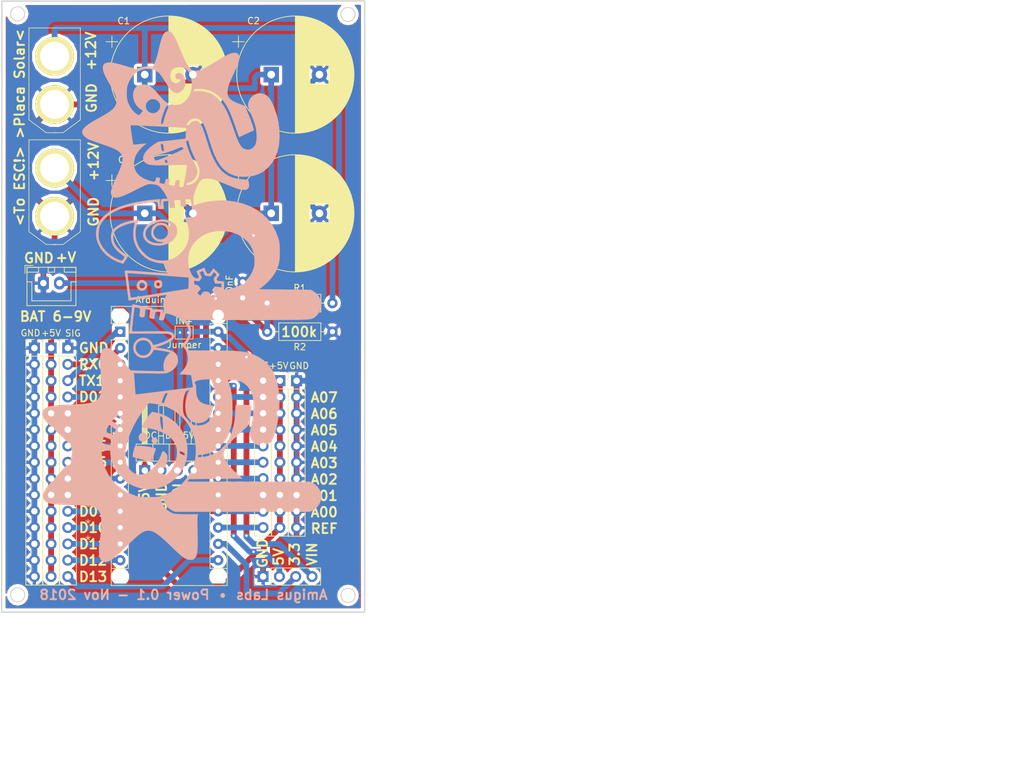
<source format=kicad_pcb>
(kicad_pcb (version 20171130) (host pcbnew "(5.0.1-3-g963ef8bb5)")
  (layers (0 F.Cu signal) (31 B.Cu signal) (34 B.Paste user) (35 F.Paste user) (36 B.SilkS user) (37 F.SilkS user) (38 B.Mask user) (39 F.Mask user) (44 Edge.Cuts user))
  (net 0 "")
  (net 1 "Net-(A1-Pad1)")
  (net 2 "Net-(A1-Pad17)")
  (net 3 "Net-(A1-Pad2)")
  (net 4 "Net-(A1-Pad18)")
  (net 5 "Net-(A1-Pad3)")
  (net 6 GND)
  (net 7 "Net-(A1-Pad20)")
  (net 8 "Net-(A1-Pad5)")
  (net 9 "Net-(A1-Pad21)")
  (net 10 "Net-(A1-Pad6)")
  (net 11 "Net-(A1-Pad22)")
  (net 12 "Net-(A1-Pad7)")
  (net 13 "Net-(A1-Pad23)")
  (net 14 "Net-(A1-Pad8)")
  (net 15 "Net-(A1-Pad24)")
  (net 16 "Net-(A1-Pad9)")
  (net 17 "Net-(A1-Pad25)")
  (net 18 "Net-(A1-Pad10)")
  (net 19 "Net-(A1-Pad26)")
  (net 20 "Net-(A1-Pad11)")
  (net 21 "Net-(A1-Pad12)")
  (net 22 "Net-(A1-Pad28)")
  (net 23 "Net-(A1-Pad13)")
  (net 24 "Net-(A1-Pad14)")
  (net 25 "Net-(A1-Pad15)")
  (net 26 "Net-(A1-Pad16)")
  (net 27 /+12V)
  (net 28 A0)
  (net 29 +5V)
  (net 30 "Net-(DC-DC_5V1-Pad4)")
  (net 31 IN+)
  (module Connector_Wire:XT60 (layer F.Cu) (at 76.15 106.5 90)
    (fp_text reference J1 hide)
    (fp_text value "Placa Solar +12V")
    (pad 1 thru_hole circle (at 0 0 90) (size 6 6) (drill 4.5) (layers *.Cu *.Mask F.SilkS) (net 6 GND))
    (pad 2 thru_hole circle (at 7.5 0 90) (size 6 6) (drill 4.5) (layers *.Cu *.Mask F.SilkS) (net 27 /+12V))
  )
  (module Connector_Wire:XT60 (layer F.Cu) (at 76.15 89.1 90)
    (fp_text reference J1 hide)
    (fp_text value "Placa Solar +12V")
    (pad 1 thru_hole circle (at 0 0 90) (size 6 6) (drill 4.5) (layers *.Cu *.Mask F.SilkS) (net 6 GND))
    (pad 2 thru_hole circle (at 7.5 0 90) (size 6 6) (drill 4.5) (layers *.Cu *.Mask F.SilkS) (net 27 /+12V))
  )
  (module Connector_JST:JST_XH_B02B-XH-A_1x02_P2.50mm_Vertical (layer F.Cu) (at 74.4 116.9)
    (fp_text reference J3 hide)
    (fp_text value "BAT 6-9V")
    (pad 1 thru_hole roundrect (at 0 0) (size 1.7 2) (drill 1) (layers *.Cu *.Mask) (roundrect_rratio 0.147059) (net 6 GND))
    (pad 2 thru_hole oval (at 2.5 0) (size 1.7 2) (drill 1) (layers *.Cu *.Mask) (net 31 IN+))
  )
  (module Symbol:AmigusLabs (layer B.Cu) (at 96 119 90)
    (fp_text reference G*** hide)
    (fp_text value AmigusLabs hide)
  )
  (module Connector_PinHeader_2.54mm:PinHeader_1x04_P2.54mm_Horizontal (layer F.Cu) (at 90.17 146.05 90)
    (fp_text reference DC-DC_5V (at 5.45 3.83 180) (layer F.SilkS))
    (fp_text value DC-DC)
    (pad 4 thru_hole oval (at 0 7.62 90) (size 1.7 1.7) (drill 1) (layers *.Cu *.Mask) (net 30 "Net-(DC-DC_5V1-Pad4)"))
    (pad 3 thru_hole oval (at 0 5.08 90) (size 1.7 1.7) (drill 1) (layers *.Cu *.Mask) (net 31 IN+))
    (pad 2 thru_hole oval (at 0 2.54 90) (size 1.7 1.7) (drill 1) (layers *.Cu *.Mask) (net 6 GND))
    (pad 1 thru_hole rect (at 0 0 90) (size 1.7 1.7) (drill 1) (layers *.Cu *.Mask) (net 29 +5V))
  )
  (module Module:Arduino_Nano_WithMountingHoles (layer F.Cu) (at 86.36 124.46)
    (fp_text reference "Arduino Nano" (at 7.44 -4.96) (layer F.SilkS))
    (fp_text value Arduino_Nano_v3.x)
    (pad 1 thru_hole rect (at 0 0) (size 1.6 1.6) (drill 0.8) (layers *.Cu *.Mask) (net 1 "Net-(A1-Pad1)"))
    (pad 17 thru_hole oval (at 15.24 33.02) (size 1.6 1.6) (drill 0.8) (layers *.Cu *.Mask) (net 2 "Net-(A1-Pad17)"))
    (pad 2 thru_hole oval (at 0 2.54) (size 1.6 1.6) (drill 0.8) (layers *.Cu *.Mask) (net 3 "Net-(A1-Pad2)"))
    (pad 18 thru_hole oval (at 15.24 30.48) (size 1.6 1.6) (drill 0.8) (layers *.Cu *.Mask) (net 4 "Net-(A1-Pad18)"))
    (pad 3 thru_hole oval (at 0 5.08) (size 1.6 1.6) (drill 0.8) (layers *.Cu *.Mask) (net 5 "Net-(A1-Pad3)"))
    (pad 19 thru_hole oval (at 15.24 27.94) (size 1.6 1.6) (drill 0.8) (layers *.Cu *.Mask) (net 28 A0))
    (pad 4 thru_hole oval (at 0 7.62) (size 1.6 1.6) (drill 0.8) (layers *.Cu *.Mask) (net 6 GND))
    (pad 20 thru_hole oval (at 15.24 25.4) (size 1.6 1.6) (drill 0.8) (layers *.Cu *.Mask) (net 7 "Net-(A1-Pad20)"))
    (pad 5 thru_hole oval (at 0 10.16) (size 1.6 1.6) (drill 0.8) (layers *.Cu *.Mask) (net 8 "Net-(A1-Pad5)"))
    (pad 21 thru_hole oval (at 15.24 22.86) (size 1.6 1.6) (drill 0.8) (layers *.Cu *.Mask) (net 9 "Net-(A1-Pad21)"))
    (pad 6 thru_hole oval (at 0 12.7) (size 1.6 1.6) (drill 0.8) (layers *.Cu *.Mask) (net 10 "Net-(A1-Pad6)"))
    (pad 22 thru_hole oval (at 15.24 20.32) (size 1.6 1.6) (drill 0.8) (layers *.Cu *.Mask) (net 11 "Net-(A1-Pad22)"))
    (pad 7 thru_hole oval (at 0 15.24) (size 1.6 1.6) (drill 0.8) (layers *.Cu *.Mask) (net 12 "Net-(A1-Pad7)"))
    (pad 23 thru_hole oval (at 15.24 17.78) (size 1.6 1.6) (drill 0.8) (layers *.Cu *.Mask) (net 13 "Net-(A1-Pad23)"))
    (pad 8 thru_hole oval (at 0 17.78) (size 1.6 1.6) (drill 0.8) (layers *.Cu *.Mask) (net 14 "Net-(A1-Pad8)"))
    (pad 24 thru_hole oval (at 15.24 15.24) (size 1.6 1.6) (drill 0.8) (layers *.Cu *.Mask) (net 15 "Net-(A1-Pad24)"))
    (pad 9 thru_hole oval (at 0 20.32) (size 1.6 1.6) (drill 0.8) (layers *.Cu *.Mask) (net 16 "Net-(A1-Pad9)"))
    (pad 25 thru_hole oval (at 15.24 12.7) (size 1.6 1.6) (drill 0.8) (layers *.Cu *.Mask) (net 17 "Net-(A1-Pad25)"))
    (pad 10 thru_hole oval (at 0 22.86) (size 1.6 1.6) (drill 0.8) (layers *.Cu *.Mask) (net 18 "Net-(A1-Pad10)"))
    (pad 26 thru_hole oval (at 15.24 10.16) (size 1.6 1.6) (drill 0.8) (layers *.Cu *.Mask) (net 19 "Net-(A1-Pad26)"))
    (pad 11 thru_hole oval (at 0 25.4) (size 1.6 1.6) (drill 0.8) (layers *.Cu *.Mask) (net 20 "Net-(A1-Pad11)"))
    (pad 27 thru_hole oval (at 15.24 7.62) (size 1.6 1.6) (drill 0.8) (layers *.Cu *.Mask) (net 29 +5V))
    (pad 12 thru_hole oval (at 0 27.94) (size 1.6 1.6) (drill 0.8) (layers *.Cu *.Mask) (net 21 "Net-(A1-Pad12)"))
    (pad 28 thru_hole oval (at 15.24 5.08) (size 1.6 1.6) (drill 0.8) (layers *.Cu *.Mask) (net 22 "Net-(A1-Pad28)"))
    (pad 13 thru_hole oval (at 0 30.48) (size 1.6 1.6) (drill 0.8) (layers *.Cu *.Mask) (net 23 "Net-(A1-Pad13)"))
    (pad 29 thru_hole oval (at 15.24 2.54) (size 1.6 1.6) (drill 0.8) (layers *.Cu *.Mask) (net 6 GND))
    (pad 14 thru_hole oval (at 0 33.02) (size 1.6 1.6) (drill 0.8) (layers *.Cu *.Mask) (net 24 "Net-(A1-Pad14)"))
    (pad 30 thru_hole oval (at 15.24 0) (size 1.6 1.6) (drill 0.8) (layers *.Cu *.Mask) (net 31 IN+))
    (pad 15 thru_hole oval (at 0 35.56) (size 1.6 1.6) (drill 0.8) (layers *.Cu *.Mask) (net 25 "Net-(A1-Pad15)"))
    (pad 16 thru_hole oval (at 15.24 35.56) (size 1.6 1.6) (drill 0.8) (layers *.Cu *.Mask) (net 26 "Net-(A1-Pad16)"))
    (pad "" np_thru_hole circle (at 0 -2.54) (size 1.78 1.78) (drill 1.78) (layers *.Cu *.Mask))
    (pad "" np_thru_hole circle (at 15.24 -2.54) (size 1.78 1.78) (drill 1.78) (layers *.Cu *.Mask))
    (pad "" np_thru_hole circle (at 15.24 38.1) (size 1.78 1.78) (drill 1.78) (layers *.Cu *.Mask))
    (pad "" np_thru_hole circle (at 0 38.1) (size 1.78 1.78) (drill 1.78) (layers *.Cu *.Mask))
  )
  (module Capacitor_THT:CP_Radial_D18.0mm_P7.50mm (layer F.Cu) (at 90.17 84.455)
    (fp_text reference C1 (at -3.27 -8.355) (layer F.SilkS))
    (fp_text value 35V4700uF)
    (pad 1 thru_hole rect (at 0 0) (size 2.4 2.4) (drill 1.2) (layers *.Cu *.Mask) (net 27 /+12V))
    (pad 2 thru_hole circle (at 7.5 0) (size 2.4 2.4) (drill 1.2) (layers *.Cu *.Mask) (net 6 GND))
  )
  (module Capacitor_THT:CP_Radial_D18.0mm_P7.50mm (layer F.Cu) (at 109.855 84.455)
    (fp_text reference C2 (at -2.755 -8.355) (layer F.SilkS))
    (fp_text value 35V4700uF)
    (pad 2 thru_hole circle (at 7.5 0) (size 2.4 2.4) (drill 1.2) (layers *.Cu *.Mask) (net 6 GND))
    (pad 1 thru_hole rect (at 0 0) (size 2.4 2.4) (drill 1.2) (layers *.Cu *.Mask) (net 27 /+12V))
  )
  (module Capacitor_THT:CP_Radial_D18.0mm_P7.50mm (layer F.Cu) (at 109.855 106.045)
    (fp_text reference C3 (at -3.355 -8.145) (layer F.SilkS))
    (fp_text value 35V4700uF)
    (pad 1 thru_hole rect (at 0 0) (size 2.4 2.4) (drill 1.2) (layers *.Cu *.Mask) (net 27 /+12V))
    (pad 2 thru_hole circle (at 7.5 0) (size 2.4 2.4) (drill 1.2) (layers *.Cu *.Mask) (net 6 GND))
  )
  (module Capacitor_THT:CP_Radial_D18.0mm_P7.50mm (layer F.Cu) (at 90.17 106.045)
    (fp_text reference C4 (at -3.17 -8.345) (layer F.SilkS))
    (fp_text value 35V4700uF)
    (pad 2 thru_hole circle (at 7.5 0) (size 2.4 2.4) (drill 1.2) (layers *.Cu *.Mask) (net 6 GND))
    (pad 1 thru_hole rect (at 0 0) (size 2.4 2.4) (drill 1.2) (layers *.Cu *.Mask) (net 27 /+12V))
  )
  (module Capacitor_THT:C_Disc_D3.0mm_W1.6mm_P2.50mm (layer F.Cu) (at 105.41 116.7 270)
    (fp_text reference C5 (at 1.25 -2.05 270) (layer F.SilkS))
    (fp_text value 100nF (at 1.25 2.05 270) (layer F.SilkS))
    (pad 1 thru_hole circle (at 0 0 270) (size 1.6 1.6) (drill 0.8) (layers *.Cu *.Mask) (net 6 GND))
    (pad 2 thru_hole circle (at 2.5 0 270) (size 1.6 1.6) (drill 0.8) (layers *.Cu *.Mask) (net 28 A0))
  )
  (module Connector_PinHeader_2.54mm:PinHeader_1x15_P2.54mm_Vertical (layer F.Cu) (at 78.2 127)
    (fp_text reference SIG (at 0.8 -2.3) (layer F.SilkS))
    (fp_text value SIG)
    (pad 1 thru_hole rect (at 0 0) (size 1.7 1.7) (drill 1) (layers *.Cu *.Mask) (net 6 GND))
    (pad 2 thru_hole oval (at 0 2.54) (size 1.7 1.7) (drill 1) (layers *.Cu *.Mask) (net 3 "Net-(A1-Pad2)"))
    (pad 3 thru_hole oval (at 0 5.08) (size 1.7 1.7) (drill 1) (layers *.Cu *.Mask) (net 1 "Net-(A1-Pad1)"))
    (pad 4 thru_hole oval (at 0 7.62) (size 1.7 1.7) (drill 1) (layers *.Cu *.Mask) (net 8 "Net-(A1-Pad5)"))
    (pad 5 thru_hole oval (at 0 10.16) (size 1.7 1.7) (drill 1) (layers *.Cu *.Mask) (net 10 "Net-(A1-Pad6)"))
    (pad 6 thru_hole oval (at 0 12.7) (size 1.7 1.7) (drill 1) (layers *.Cu *.Mask) (net 12 "Net-(A1-Pad7)"))
    (pad 7 thru_hole oval (at 0 15.24) (size 1.7 1.7) (drill 1) (layers *.Cu *.Mask) (net 14 "Net-(A1-Pad8)"))
    (pad 8 thru_hole oval (at 0 17.78) (size 1.7 1.7) (drill 1) (layers *.Cu *.Mask) (net 16 "Net-(A1-Pad9)"))
    (pad 9 thru_hole oval (at 0 20.32) (size 1.7 1.7) (drill 1) (layers *.Cu *.Mask) (net 18 "Net-(A1-Pad10)"))
    (pad 10 thru_hole oval (at 0 22.86) (size 1.7 1.7) (drill 1) (layers *.Cu *.Mask) (net 20 "Net-(A1-Pad11)"))
    (pad 11 thru_hole oval (at 0 25.4) (size 1.7 1.7) (drill 1) (layers *.Cu *.Mask) (net 21 "Net-(A1-Pad12)"))
    (pad 12 thru_hole oval (at 0 27.94) (size 1.7 1.7) (drill 1) (layers *.Cu *.Mask) (net 23 "Net-(A1-Pad13)"))
    (pad 13 thru_hole oval (at 0 30.48) (size 1.7 1.7) (drill 1) (layers *.Cu *.Mask) (net 24 "Net-(A1-Pad14)"))
    (pad 14 thru_hole oval (at 0 33.02) (size 1.7 1.7) (drill 1) (layers *.Cu *.Mask) (net 25 "Net-(A1-Pad15)"))
    (pad 15 thru_hole oval (at 0 35.56) (size 1.7 1.7) (drill 1) (layers *.Cu *.Mask) (net 26 "Net-(A1-Pad16)"))
  )
  (module Connector_PinHeader_2.54mm:PinHeader_1x10_P2.54mm_Vertical (layer F.Cu) (at 108.585 132.08)
    (fp_text reference SIG (at -0.285 -2.33) (layer F.SilkS))
    (fp_text value SIG)
    (pad 1 thru_hole rect (at 0 0) (size 1.7 1.7) (drill 1) (layers *.Cu *.Mask) (net 6 GND))
    (pad 2 thru_hole oval (at 0 2.54) (size 1.7 1.7) (drill 1) (layers *.Cu *.Mask) (net 19 "Net-(A1-Pad26)"))
    (pad 3 thru_hole oval (at 0 5.08) (size 1.7 1.7) (drill 1) (layers *.Cu *.Mask) (net 17 "Net-(A1-Pad25)"))
    (pad 4 thru_hole oval (at 0 7.62) (size 1.7 1.7) (drill 1) (layers *.Cu *.Mask) (net 15 "Net-(A1-Pad24)"))
    (pad 5 thru_hole oval (at 0 10.16) (size 1.7 1.7) (drill 1) (layers *.Cu *.Mask) (net 13 "Net-(A1-Pad23)"))
    (pad 6 thru_hole oval (at 0 12.7) (size 1.7 1.7) (drill 1) (layers *.Cu *.Mask) (net 11 "Net-(A1-Pad22)"))
    (pad 7 thru_hole oval (at 0 15.24) (size 1.7 1.7) (drill 1) (layers *.Cu *.Mask) (net 9 "Net-(A1-Pad21)"))
    (pad 8 thru_hole oval (at 0 17.78) (size 1.7 1.7) (drill 1) (layers *.Cu *.Mask) (net 7 "Net-(A1-Pad20)"))
    (pad 9 thru_hole oval (at 0 20.32) (size 1.7 1.7) (drill 1) (layers *.Cu *.Mask) (net 28 A0))
    (pad 10 thru_hole oval (at 0 22.86) (size 1.7 1.7) (drill 1) (layers *.Cu *.Mask) (net 4 "Net-(A1-Pad18)"))
  )
  (module Connector_PinHeader_2.54mm:PinHeader_1x04_P2.54mm_Vertical (layer F.Cu) (at 108.585 162.56 90)
    (fp_text reference JA3 hide)
    (fp_text value "SIG 3")
    (pad 1 thru_hole rect (at 0 0 90) (size 1.7 1.7) (drill 1) (layers *.Cu *.Mask) (net 6 GND))
    (pad 2 thru_hole oval (at 0 2.54 90) (size 1.7 1.7) (drill 1) (layers *.Cu *.Mask) (net 29 +5V))
    (pad 3 thru_hole oval (at 0 5.08 90) (size 1.7 1.7) (drill 1) (layers *.Cu *.Mask) (net 2 "Net-(A1-Pad17)"))
    (pad 4 thru_hole oval (at 0 7.62 90) (size 1.7 1.7) (drill 1) (layers *.Cu *.Mask) (net 31 IN+))
  )
  (module Connector_PinHeader_2.54mm:PinHeader_1x15_P2.54mm_Vertical (layer F.Cu) (at 75.6 127)
    (fp_text reference +5V (at 0 -2.33) (layer F.SilkS))
    (fp_text value +5V)
    (pad 15 thru_hole oval (at 0 35.56) (size 1.7 1.7) (drill 1) (layers *.Cu *.Mask) (net 29 +5V))
    (pad 14 thru_hole oval (at 0 33.02) (size 1.7 1.7) (drill 1) (layers *.Cu *.Mask) (net 29 +5V))
    (pad 13 thru_hole oval (at 0 30.48) (size 1.7 1.7) (drill 1) (layers *.Cu *.Mask) (net 29 +5V))
    (pad 12 thru_hole oval (at 0 27.94) (size 1.7 1.7) (drill 1) (layers *.Cu *.Mask) (net 29 +5V))
    (pad 11 thru_hole oval (at 0 25.4) (size 1.7 1.7) (drill 1) (layers *.Cu *.Mask) (net 29 +5V))
    (pad 10 thru_hole oval (at 0 22.86) (size 1.7 1.7) (drill 1) (layers *.Cu *.Mask) (net 29 +5V))
    (pad 9 thru_hole oval (at 0 20.32) (size 1.7 1.7) (drill 1) (layers *.Cu *.Mask) (net 29 +5V))
    (pad 8 thru_hole oval (at 0 17.78) (size 1.7 1.7) (drill 1) (layers *.Cu *.Mask) (net 29 +5V))
    (pad 7 thru_hole oval (at 0 15.24) (size 1.7 1.7) (drill 1) (layers *.Cu *.Mask) (net 29 +5V))
    (pad 6 thru_hole oval (at 0 12.7) (size 1.7 1.7) (drill 1) (layers *.Cu *.Mask) (net 29 +5V))
    (pad 5 thru_hole oval (at 0 10.16) (size 1.7 1.7) (drill 1) (layers *.Cu *.Mask) (net 29 +5V))
    (pad 4 thru_hole oval (at 0 7.62) (size 1.7 1.7) (drill 1) (layers *.Cu *.Mask) (net 29 +5V))
    (pad 3 thru_hole oval (at 0 5.08) (size 1.7 1.7) (drill 1) (layers *.Cu *.Mask) (net 29 +5V))
    (pad 2 thru_hole oval (at 0 2.54) (size 1.7 1.7) (drill 1) (layers *.Cu *.Mask) (net 29 +5V))
    (pad 1 thru_hole rect (at 0 0) (size 1.7 1.7) (drill 1) (layers *.Cu *.Mask) (net 29 +5V))
  )
  (module Connector_PinHeader_2.54mm:PinHeader_1x15_P2.54mm_Vertical (layer F.Cu) (at 73 127)
    (fp_text reference GND (at -0.6 -2.33) (layer F.SilkS))
    (fp_text value GND)
    (pad 1 thru_hole rect (at 0 0) (size 1.7 1.7) (drill 1) (layers *.Cu *.Mask) (net 6 GND))
    (pad 2 thru_hole oval (at 0 2.54) (size 1.7 1.7) (drill 1) (layers *.Cu *.Mask) (net 6 GND))
    (pad 3 thru_hole oval (at 0 5.08) (size 1.7 1.7) (drill 1) (layers *.Cu *.Mask) (net 6 GND))
    (pad 4 thru_hole oval (at 0 7.62) (size 1.7 1.7) (drill 1) (layers *.Cu *.Mask) (net 6 GND))
    (pad 5 thru_hole oval (at 0 10.16) (size 1.7 1.7) (drill 1) (layers *.Cu *.Mask) (net 6 GND))
    (pad 6 thru_hole oval (at 0 12.7) (size 1.7 1.7) (drill 1) (layers *.Cu *.Mask) (net 6 GND))
    (pad 7 thru_hole oval (at 0 15.24) (size 1.7 1.7) (drill 1) (layers *.Cu *.Mask) (net 6 GND))
    (pad 8 thru_hole oval (at 0 17.78) (size 1.7 1.7) (drill 1) (layers *.Cu *.Mask) (net 6 GND))
    (pad 9 thru_hole oval (at 0 20.32) (size 1.7 1.7) (drill 1) (layers *.Cu *.Mask) (net 6 GND))
    (pad 10 thru_hole oval (at 0 22.86) (size 1.7 1.7) (drill 1) (layers *.Cu *.Mask) (net 6 GND))
    (pad 11 thru_hole oval (at 0 25.4) (size 1.7 1.7) (drill 1) (layers *.Cu *.Mask) (net 6 GND))
    (pad 12 thru_hole oval (at 0 27.94) (size 1.7 1.7) (drill 1) (layers *.Cu *.Mask) (net 6 GND))
    (pad 13 thru_hole oval (at 0 30.48) (size 1.7 1.7) (drill 1) (layers *.Cu *.Mask) (net 6 GND))
    (pad 14 thru_hole oval (at 0 33.02) (size 1.7 1.7) (drill 1) (layers *.Cu *.Mask) (net 6 GND))
    (pad 15 thru_hole oval (at 0 35.56) (size 1.7 1.7) (drill 1) (layers *.Cu *.Mask) (net 6 GND))
  )
  (module Connector_PinHeader_2.54mm:PinHeader_1x10_P2.54mm_Vertical (layer F.Cu) (at 113.8 132.1)
    (fp_text reference GND (at 0.4 -2.33) (layer F.SilkS))
    (fp_text value GND)
    (pad 10 thru_hole oval (at 0 22.86) (size 1.7 1.7) (drill 1) (layers *.Cu *.Mask) (net 6 GND))
    (pad 9 thru_hole oval (at 0 20.32) (size 1.7 1.7) (drill 1) (layers *.Cu *.Mask) (net 6 GND))
    (pad 8 thru_hole oval (at 0 17.78) (size 1.7 1.7) (drill 1) (layers *.Cu *.Mask) (net 6 GND))
    (pad 7 thru_hole oval (at 0 15.24) (size 1.7 1.7) (drill 1) (layers *.Cu *.Mask) (net 6 GND))
    (pad 6 thru_hole oval (at 0 12.7) (size 1.7 1.7) (drill 1) (layers *.Cu *.Mask) (net 6 GND))
    (pad 5 thru_hole oval (at 0 10.16) (size 1.7 1.7) (drill 1) (layers *.Cu *.Mask) (net 6 GND))
    (pad 4 thru_hole oval (at 0 7.62) (size 1.7 1.7) (drill 1) (layers *.Cu *.Mask) (net 6 GND))
    (pad 3 thru_hole oval (at 0 5.08) (size 1.7 1.7) (drill 1) (layers *.Cu *.Mask) (net 6 GND))
    (pad 2 thru_hole oval (at 0 2.54) (size 1.7 1.7) (drill 1) (layers *.Cu *.Mask) (net 6 GND))
    (pad 1 thru_hole rect (at 0 0) (size 1.7 1.7) (drill 1) (layers *.Cu *.Mask) (net 6 GND))
  )
  (module Connector_PinHeader_2.54mm:PinHeader_1x10_P2.54mm_Vertical (layer F.Cu) (at 111.2 132.08)
    (fp_text reference +5V (at -0.2 -2.33) (layer F.SilkS))
    (fp_text value +5V)
    (pad 1 thru_hole rect (at 0 0) (size 1.7 1.7) (drill 1) (layers *.Cu *.Mask) (net 29 +5V))
    (pad 2 thru_hole oval (at 0 2.54) (size 1.7 1.7) (drill 1) (layers *.Cu *.Mask) (net 29 +5V))
    (pad 3 thru_hole oval (at 0 5.08) (size 1.7 1.7) (drill 1) (layers *.Cu *.Mask) (net 29 +5V))
    (pad 4 thru_hole oval (at 0 7.62) (size 1.7 1.7) (drill 1) (layers *.Cu *.Mask) (net 29 +5V))
    (pad 5 thru_hole oval (at 0 10.16) (size 1.7 1.7) (drill 1) (layers *.Cu *.Mask) (net 29 +5V))
    (pad 6 thru_hole oval (at 0 12.7) (size 1.7 1.7) (drill 1) (layers *.Cu *.Mask) (net 29 +5V))
    (pad 7 thru_hole oval (at 0 15.24) (size 1.7 1.7) (drill 1) (layers *.Cu *.Mask) (net 29 +5V))
    (pad 8 thru_hole oval (at 0 17.78) (size 1.7 1.7) (drill 1) (layers *.Cu *.Mask) (net 29 +5V))
    (pad 9 thru_hole oval (at 0 20.32) (size 1.7 1.7) (drill 1) (layers *.Cu *.Mask) (net 29 +5V))
    (pad 10 thru_hole oval (at 0 22.86) (size 1.7 1.7) (drill 1) (layers *.Cu *.Mask) (net 29 +5V))
  )
  (module Resistor_THT:R_Axial_DIN0207_L6.3mm_D2.5mm_P10.16mm_Horizontal (layer F.Cu) (at 109.22 120.015)
    (fp_text reference R1 (at 5.08 -2.37) (layer F.SilkS))
    (fp_text value 1M)
    (pad 1 thru_hole circle (at 0 0) (size 1.6 1.6) (drill 0.8) (layers *.Cu *.Mask) (net 28 A0))
    (pad 2 thru_hole oval (at 10.16 0) (size 1.6 1.6) (drill 0.8) (layers *.Cu *.Mask) (net 27 /+12V))
  )
  (module Resistor_THT:R_Axial_DIN0207_L6.3mm_D2.5mm_P10.16mm_Horizontal (layer F.Cu) (at 119.38 124.46 180)
    (fp_text reference R2 (at 5.08 -2.37 180) (layer F.SilkS))
    (fp_text value 100K)
    (pad 2 thru_hole oval (at 10.16 0 180) (size 1.6 1.6) (drill 0.8) (layers *.Cu *.Mask) (net 28 A0))
    (pad 1 thru_hole circle (at 0 0 180) (size 1.6 1.6) (drill 0.8) (layers *.Cu *.Mask) (net 6 GND))
  )
  (module Jumper:SolderJumper-2_P1.3mm_Open_Pad1.0x1.5mm (layer F.Cu) (at 96.3 124.6)
    (fp_text reference IN+ (at 0 -1.8) (layer F.SilkS))
    (fp_text value Jumper (at 0 1.9) (layer F.SilkS))
    (pad 2 smd rect (at 0.65 0) (size 1 1.5) (layers B.Cu F.Mask) (net 31 IN+))
    (pad 1 smd rect (at -0.65 0) (size 1 1.5) (layers B.Cu F.Mask) (net 31 IN+))
  )
  (gr_text * (at 81.342856 141.757142) (layer F.SilkS) (effects (font (size 1.5 1.5) (thickness 0.1))))
  (gr_text * (at 81.342856 154.471427) (layer F.SilkS) (effects (font (size 1.5 1.5) (thickness 0.1))))
  (gr_text * (at 81.342856 157.014284) (layer F.SilkS) (effects (font (size 1.5 1.5) (thickness 0.1))))
  (gr_text * (at 81.342856 151.92857) (layer F.SilkS) (effects (font (size 1.5 1.5) (thickness 0.1))))
  (gr_text * (at 81.342856 136.671428) (layer F.SilkS) (effects (font (size 1.5 1.5) (thickness 0.1))))
  (gr_text "*\n" (at 81.342856 144.299999) (layer F.SilkS) (effects (font (size 1.5 1.5) (thickness 0.1))))
  (gr_circle (center 121.8 75.1) (end 122.9 75.1) (layer Edge.Cuts) (width 0.15))
  (gr_circle (center 70.4 75) (end 71.5 75) (layer Edge.Cuts) (width 0.15))
  (gr_circle (center 70.4 165.4) (end 71.5 165.4) (layer Edge.Cuts) (width 0.15))
  (gr_circle (center 121.8 165.5) (end 122.9 165.5) (layer Edge.Cuts) (width 0.15))
  (gr_text "Amigus Labs • Power 0.1 - Nov 2018" (at 96.2 165.4) (layer B.SilkS) (effects (font (size 1.5 1.5) (thickness 0.3)) (justify mirror)))
  (gr_text VIN (at 95.4 149.8 90) (layer F.SilkS) (effects (font (size 1.5 1.5) (thickness 0.3))))
  (gr_text GND (at 92.8 150.2 90) (layer F.SilkS) (effects (font (size 1.5 1.5) (thickness 0.3))))
  (gr_text 5V (at 90.1 149.5 90) (layer F.SilkS) (effects (font (size 1.5 1.5) (thickness 0.3))))
  (gr_text REF (at 118.1 155.1) (layer F.SilkS) (effects (font (size 1.5 1.5) (thickness 0.3))))
  (gr_text A00 (at 118.1 152.55) (layer F.SilkS) (effects (font (size 1.5 1.5) (thickness 0.3))))
  (gr_text A01 (at 118.1 150) (layer F.SilkS) (effects (font (size 1.5 1.5) (thickness 0.3))))
  (gr_text A02 (at 118.1 147.45) (layer F.SilkS) (effects (font (size 1.5 1.5) (thickness 0.3))))
  (gr_text A03 (at 118.1 144.9) (layer F.SilkS) (effects (font (size 1.5 1.5) (thickness 0.3))))
  (gr_text A04 (at 118.1 142.35) (layer F.SilkS) (effects (font (size 1.5 1.5) (thickness 0.3))))
  (gr_text A05 (at 118.1 139.8) (layer F.SilkS) (effects (font (size 1.5 1.5) (thickness 0.3))))
  (gr_text A06 (at 118.1 137.25) (layer F.SilkS) (effects (font (size 1.5 1.5) (thickness 0.3))))
  (gr_text A07 (at 118.1 134.7) (layer F.SilkS) (effects (font (size 1.5 1.5) (thickness 0.3))))
  (gr_text GND (at 108.5 158.9 90) (layer F.SilkS) (effects (font (size 1.5 1.5) (thickness 0.3))))
  (gr_text "VIN\n" (at 116.2 159.071429 90) (layer F.SilkS) (effects (font (size 1.5 1.5) (thickness 0.3))))
  (gr_text 5V (at 111 159.5 90) (layer F.SilkS) (effects (font (size 1.5 1.5) (thickness 0.3))))
  (gr_text "3.3\n" (at 113.5 159.071429 90) (layer F.SilkS) (effects (font (size 1.5 1.5) (thickness 0.3))))
  (gr_text D13 (at 82.12857 162.599998) (layer F.SilkS) (effects (font (size 1.5 1.5) (thickness 0.3))))
  (gr_text D12 (at 82.12857 160.057141) (layer F.SilkS) (effects (font (size 1.5 1.5) (thickness 0.3))))
  (gr_text D11 (at 82.12857 157.514284) (layer F.SilkS) (effects (font (size 1.5 1.5) (thickness 0.3))))
  (gr_text D10 (at 82.12857 154.971427) (layer F.SilkS) (effects (font (size 1.5 1.5) (thickness 0.3))))
  (gr_text D09 (at 82.12857 152.42857) (layer F.SilkS) (effects (font (size 1.5 1.5) (thickness 0.3))))
  (gr_text D08 (at 82.12857 149.885713) (layer F.SilkS) (effects (font (size 1.5 1.5) (thickness 0.3))))
  (gr_text D07 (at 82.12857 147.342856) (layer F.SilkS) (effects (font (size 1.5 1.5) (thickness 0.3))))
  (gr_text D06 (at 82.12857 144.799999) (layer F.SilkS) (effects (font (size 1.5 1.5) (thickness 0.3))))
  (gr_text D05 (at 82.12857 142.257142) (layer F.SilkS) (effects (font (size 1.5 1.5) (thickness 0.3))))
  (gr_text D04 (at 82.12857 139.714285) (layer F.SilkS) (effects (font (size 1.5 1.5) (thickness 0.3))))
  (gr_text "D03\n" (at 82.12857 137.171428) (layer F.SilkS) (effects (font (size 1.5 1.5) (thickness 0.3))))
  (gr_text D02 (at 82.12857 134.628571) (layer F.SilkS) (effects (font (size 1.5 1.5) (thickness 0.3))))
  (gr_text TX1 (at 81.949999 132.085714) (layer F.SilkS) (effects (font (size 1.5 1.5) (thickness 0.3))))
  (gr_text RX0 (at 82.12857 129.542857) (layer F.SilkS) (effects (font (size 1.5 1.5) (thickness 0.3))))
  (gr_text GND (at 82.235713 127) (layer F.SilkS) (effects (font (size 1.5 1.5) (thickness 0.3))))
  (gr_text GND (at 73.7 113) (layer F.SilkS) (effects (font (size 1.5 1.5) (thickness 0.3))))
  (gr_text +V (at 77.9 112.9) (layer F.SilkS) (effects (font (size 1.5 1.5) (thickness 0.3))))
  (gr_text "BAT 6-9V\n" (at 76.3 122.1) (layer F.SilkS) (effects (font (size 1.5 1.5) (thickness 0.3))))
  (gr_text ">Placa Solar<" (at 70.7 85.9 90) (layer F.SilkS) (effects (font (size 1.5 1.5) (thickness 0.3))))
  (gr_text "<To ESC!>" (at 70.7 101.8 90) (layer F.SilkS) (effects (font (size 1.5 1.5) (thickness 0.3))))
  (gr_text GND (at 82.2 105.8 90) (layer F.SilkS) (effects (font (size 1.5 1.5) (thickness 0.3))))
  (gr_text +12V (at 82.2 98 90) (layer F.SilkS) (effects (font (size 1.5 1.5) (thickness 0.3))))
  (gr_text "+12V\n" (at 81.8 80.8 90) (layer F.SilkS) (effects (font (size 1.5 1.5) (thickness 0.3))))
  (gr_text GND (at 81.9 88.1 90) (layer F.SilkS) (effects (font (size 1.5 1.5) (thickness 0.3))))
  (gr_text 100k (at 114.2 124.5) (layer F.SilkS) (effects (font (size 1.5 1.5) (thickness 0.3))))
  (gr_text 1M (at 114.2 120.1) (layer F.SilkS) (effects (font (size 1.5 1.5) (thickness 0.3))))
  (gr_line (start 67.9 168.1) (end 67.945 73.025) (layer Edge.Cuts) (width 0.2))
  (gr_line (start 124.4 168.1) (end 67.9 168.1) (layer Edge.Cuts) (width 0.2))
  (gr_line (start 124.4 73.025) (end 124.4 168.1) (layer Edge.Cuts) (width 0.2))
  (gr_line (start 67.945 73.025) (end 124.4 73) (layer Edge.Cuts) (width 0.2))
  (segment (start 85.82 124.46) (end 86.36 124.46) (width 0.9) (layer B.Cu) (net 1))
  (segment (start 78.2 132.08) (end 85.82 124.46) (width 0.9) (layer B.Cu) (net 1))
  (segment (start 111.025 165.2) (end 113.665 162.56) (width 0.9) (layer B.Cu) (net 2))
  (segment (start 101.6 157.48) (end 102.73137 157.48) (width 0.9) (layer B.Cu) (net 2))
  (segment (start 106 164.9) (end 106.3 165.2) (width 0.9) (layer B.Cu) (net 2))
  (segment (start 106 160.74863) (end 106 164.9) (width 0.9) (layer B.Cu) (net 2))
  (segment (start 102.73137 157.48) (end 106 160.74863) (width 0.9) (layer B.Cu) (net 2))
  (segment (start 111.025 165.2) (end 106.3 165.2) (width 0.9) (layer B.Cu) (net 2))
  (segment (start 83.82 129.54) (end 86.36 127) (width 0.9) (layer F.Cu) (net 3))
  (segment (start 78.2 129.54) (end 83.82 129.54) (width 0.9) (layer F.Cu) (net 3))
  (segment (start 101.6 154.94) (end 108.585 154.94) (width 0.9) (layer B.Cu) (net 4))
  (segment (start 104.795001 82.604999) (end 117.202055 82.604999) (width 0.9) (layer B.Cu) (net 6))
  (segment (start 117.202055 82.604999) (end 117.355 82.757944) (width 0.9) (layer B.Cu) (net 6))
  (segment (start 102.945 84.455) (end 104.795001 82.604999) (width 0.9) (layer B.Cu) (net 6))
  (segment (start 117.355 82.757944) (end 117.355 84.455) (width 0.9) (layer B.Cu) (net 6))
  (segment (start 97.67 84.455) (end 102.945 84.455) (width 0.9) (layer B.Cu) (net 6))
  (segment (start 116.155001 104.845001) (end 117.355 106.045) (width 0.9) (layer B.Cu) (net 6))
  (segment (start 116.155001 85.654999) (end 116.155001 104.845001) (width 0.9) (layer B.Cu) (net 6))
  (segment (start 117.355 84.455) (end 116.155001 85.654999) (width 0.9) (layer B.Cu) (net 6))
  (segment (start 117.355 107.742056) (end 115.597056 109.5) (width 0.9) (layer B.Cu) (net 6))
  (segment (start 117.355 106.045) (end 117.355 107.742056) (width 0.9) (layer B.Cu) (net 6))
  (segment (start 115.597056 109.5) (end 107.1 109.5) (width 0.9) (layer B.Cu) (net 6))
  (segment (start 107.1 109.5) (end 107.1 109.5) (width 0.9) (layer B.Cu) (net 6))
  (via (at 107.1 109.5) (size 0.8) (drill 0.4) (layers F.Cu B.Cu) (net 6))
  (segment (start 101.125 109.5) (end 97.67 106.045) (width 0.9) (layer F.Cu) (net 6))
  (segment (start 107.1 109.5) (end 101.125 109.5) (width 0.9) (layer F.Cu) (net 6))
  (segment (start 102.73137 127) (end 103.13137 127.4) (width 0.9) (layer B.Cu) (net 6))
  (segment (start 101.6 127) (end 102.73137 127) (width 0.9) (layer B.Cu) (net 6))
  (segment (start 106.835 132.08) (end 108.585 132.08) (width 0.9) (layer B.Cu) (net 6))
  (segment (start 103.13137 128.37637) (end 106.835 132.08) (width 0.9) (layer B.Cu) (net 6))
  (segment (start 103.13137 127.4) (end 103.13137 128.37637) (width 0.9) (layer B.Cu) (net 6))
  (segment (start 108.585 130.33) (end 108.6 130.315) (width 0.9) (layer B.Cu) (net 6))
  (segment (start 108.585 132.08) (end 108.585 130.33) (width 0.9) (layer B.Cu) (net 6))
  (segment (start 108.6 130.315) (end 108.6 128.5) (width 0.9) (layer B.Cu) (net 6))
  (segment (start 116.205 128.695) (end 116.205 132.08) (width 0.9) (layer B.Cu) (net 6))
  (segment (start 116.4 127.44) (end 119.38 124.46) (width 0.9) (layer B.Cu) (net 6))
  (segment (start 107.1 116.7) (end 114 116.7) (width 0.9) (layer B.Cu) (net 6))
  (segment (start 107.1 109.5) (end 107.1 116.7) (width 0.9) (layer B.Cu) (net 6))
  (segment (start 114 116.7) (end 114 128.5) (width 0.9) (layer B.Cu) (net 6))
  (segment (start 108.6 128.5) (end 114 128.5) (width 0.9) (layer B.Cu) (net 6))
  (segment (start 108.585 160.81) (end 108.7 160.695) (width 0.9) (layer F.Cu) (net 6))
  (segment (start 108.585 162.56) (end 108.585 160.81) (width 0.9) (layer F.Cu) (net 6))
  (segment (start 110.45 160.695) (end 111.945 159.2) (width 0.9) (layer F.Cu) (net 6))
  (segment (start 108.7 160.695) (end 110.45 160.695) (width 0.9) (layer F.Cu) (net 6))
  (segment (start 79.4 122.9) (end 79.4 119) (width 0.9) (layer B.Cu) (net 6))
  (segment (start 79.4 119) (end 89.1 119) (width 0.9) (layer B.Cu) (net 6))
  (segment (start 89.08 132.08) (end 89.1 132.1) (width 0.9) (layer B.Cu) (net 6))
  (segment (start 86.36 132.08) (end 89.08 132.08) (width 0.9) (layer B.Cu) (net 6))
  (segment (start 89.1 129.9) (end 92.7 129.9) (width 0.9) (layer B.Cu) (net 6))
  (segment (start 89.1 119) (end 89.1 129.9) (width 0.9) (layer B.Cu) (net 6))
  (segment (start 89.1 129.9) (end 89.1 132.1) (width 0.9) (layer B.Cu) (net 6))
  (segment (start 92.71 129.91) (end 92.71 146.05) (width 0.9) (layer B.Cu) (net 6))
  (segment (start 92.7 129.9) (end 92.71 129.91) (width 0.9) (layer B.Cu) (net 6))
  (segment (start 106.54137 116.7) (end 107.1 116.7) (width 0.9) (layer B.Cu) (net 6))
  (segment (start 105.41 116.7) (end 106.54137 116.7) (width 0.9) (layer B.Cu) (net 6))
  (segment (start 79.4 119) (end 74.59 119) (width 0.9) (layer B.Cu) (net 6))
  (segment (start 79.4 124.05) (end 79.4 122.9) (width 0.9) (layer B.Cu) (net 6))
  (segment (start 78.2 125.25) (end 79.4 124.05) (width 0.9) (layer B.Cu) (net 6))
  (segment (start 78.2 127) (end 78.2 125.25) (width 0.9) (layer B.Cu) (net 6))
  (segment (start 111.945 159.2) (end 111.945 159.155) (width 0.9) (layer F.Cu) (net 6))
  (segment (start 113.8 157.345) (end 111.945 159.2) (width 0.9) (layer F.Cu) (net 6))
  (segment (start 113.8 132.1) (end 113.8 157.345) (width 0.9) (layer F.Cu) (net 6))
  (segment (start 115.57 132.08) (end 116.205 132.08) (width 0.9) (layer B.Cu) (net 6))
  (segment (start 115.55 132.1) (end 115.57 132.08) (width 0.9) (layer B.Cu) (net 6))
  (segment (start 113.8 132.1) (end 115.55 132.1) (width 0.9) (layer B.Cu) (net 6))
  (segment (start 116.4 128.5) (end 116.205 128.695) (width 0.9) (layer B.Cu) (net 6))
  (segment (start 116.4 127.44) (end 116.4 128.5) (width 0.9) (layer B.Cu) (net 6))
  (segment (start 114 128.5) (end 116.4 128.5) (width 0.9) (layer B.Cu) (net 6))
  (segment (start 84.4 103.7) (end 86.1 102) (width 0.9) (layer F.Cu) (net 6))
  (segment (start 93.625 102) (end 97.67 106.045) (width 0.9) (layer F.Cu) (net 6))
  (segment (start 86.1 102) (end 93.625 102) (width 0.9) (layer F.Cu) (net 6))
  (via (at 94 89) (size 0.8) (drill 0.4) (layers F.Cu B.Cu) (net 6))
  (segment (start 97.67 85.33) (end 94 89) (width 0.9) (layer F.Cu) (net 6))
  (segment (start 97.67 84.455) (end 97.67 85.33) (width 0.9) (layer F.Cu) (net 6))
  (segment (start 70.9 103.15044) (end 71.44956 103.7) (width 0.9) (layer F.Cu) (net 6))
  (segment (start 70.9 92.9) (end 70.9 103.15044) (width 0.9) (layer F.Cu) (net 6))
  (segment (start 72.35 92.9) (end 76.15 89.1) (width 0.9) (layer F.Cu) (net 6))
  (segment (start 70.9 92.9) (end 72.35 92.9) (width 0.9) (layer F.Cu) (net 6))
  (segment (start 93.9 89.1) (end 94 89) (width 0.9) (layer F.Cu) (net 6))
  (segment (start 76.15 89.1) (end 93.9 89.1) (width 0.9) (layer F.Cu) (net 6))
  (segment (start 73.150001 103.500001) (end 76.15 106.5) (width 0.9) (layer F.Cu) (net 6))
  (segment (start 71.649559 103.500001) (end 73.150001 103.500001) (width 0.9) (layer F.Cu) (net 6))
  (segment (start 71.44956 103.7) (end 71.649559 103.500001) (width 0.9) (layer F.Cu) (net 6))
  (segment (start 84.200001 103.500001) (end 84.4 103.7) (width 0.9) (layer F.Cu) (net 6))
  (segment (start 79.149999 103.500001) (end 84.200001 103.500001) (width 0.9) (layer F.Cu) (net 6))
  (segment (start 76.15 106.5) (end 79.149999 103.500001) (width 0.9) (layer F.Cu) (net 6))
  (segment (start 75.89264 111) (end 76.15 110.74264) (width 0.9) (layer F.Cu) (net 6))
  (segment (start 74.4 111) (end 75.89264 111) (width 0.9) (layer F.Cu) (net 6))
  (segment (start 76.15 110.74264) (end 76.15 106.5) (width 0.9) (layer F.Cu) (net 6))
  (segment (start 74.4 116.9) (end 74.4 111) (width 0.9) (layer F.Cu) (net 6))
  (segment (start 74.4 118.81) (end 74.4 116.9) (width 0.9) (layer B.Cu) (net 6))
  (segment (start 74.59 119) (end 74.4 118.81) (width 0.9) (layer B.Cu) (net 6))
  (segment (start 73 120.59) (end 74.59 119) (width 0.9) (layer B.Cu) (net 6))
  (segment (start 73 162.56) (end 73 120.59) (width 0.9) (layer B.Cu) (net 6))
  (segment (start 101.6 149.86) (end 108.585 149.86) (width 0.9) (layer B.Cu) (net 7))
  (segment (start 78.2 134.62) (end 86.36 134.62) (width 0.9) (layer B.Cu) (net 8))
  (segment (start 101.6 147.32) (end 108.585 147.32) (width 0.9) (layer B.Cu) (net 9))
  (segment (start 86.36 137.16) (end 78.2 137.16) (width 0.9) (layer B.Cu) (net 10))
  (segment (start 101.6 144.78) (end 108.585 144.78) (width 0.9) (layer B.Cu) (net 11))
  (segment (start 78.2 139.7) (end 86.36 139.7) (width 0.9) (layer B.Cu) (net 12))
  (segment (start 108.585 142.24) (end 101.6 142.24) (width 0.9) (layer B.Cu) (net 13))
  (segment (start 86.36 142.24) (end 78.2 142.24) (width 0.9) (layer B.Cu) (net 14))
  (segment (start 101.6 139.7) (end 108.585 139.7) (width 0.9) (layer B.Cu) (net 15))
  (segment (start 78.2 144.78) (end 86.36 144.78) (width 0.9) (layer B.Cu) (net 16))
  (segment (start 108.585 137.16) (end 101.6 137.16) (width 0.9) (layer B.Cu) (net 17))
  (segment (start 86.36 147.32) (end 78.2 147.32) (width 0.9) (layer B.Cu) (net 18))
  (segment (start 101.6 134.62) (end 108.585 134.62) (width 0.9) (layer B.Cu) (net 19))
  (segment (start 78.2 149.86) (end 86.36 149.86) (width 0.9) (layer B.Cu) (net 20))
  (segment (start 86.36 152.4) (end 78.2 152.4) (width 0.9) (layer B.Cu) (net 21))
  (segment (start 78.2 154.94) (end 86.36 154.94) (width 0.9) (layer B.Cu) (net 23))
  (segment (start 86.36 157.48) (end 78.2 157.48) (width 0.9) (layer B.Cu) (net 24))
  (segment (start 78.2 160.02) (end 86.36 160.02) (width 0.9) (layer B.Cu) (net 25))
  (segment (start 97.08 160.02) (end 101.6 160.02) (width 0.9) (layer B.Cu) (net 26))
  (segment (start 92.999999 164.100001) (end 97.08 160.02) (width 0.9) (layer B.Cu) (net 26))
  (segment (start 79.740001 164.100001) (end 92.999999 164.100001) (width 0.9) (layer B.Cu) (net 26))
  (segment (start 78.2 162.56) (end 79.740001 164.100001) (width 0.9) (layer B.Cu) (net 26))
  (segment (start 90.17 86.555) (end 90.2 86.585) (width 0.9) (layer B.Cu) (net 27))
  (segment (start 90.17 84.455) (end 90.17 86.555) (width 0.9) (layer B.Cu) (net 27))
  (segment (start 90.2 86.585) (end 107.285 86.585) (width 0.9) (layer B.Cu) (net 27))
  (segment (start 107.285 86.585) (end 107.3 86.57) (width 0.9) (layer B.Cu) (net 27))
  (segment (start 107.755 84.455) (end 109.855 84.455) (width 0.9) (layer B.Cu) (net 27))
  (segment (start 107.3 84.91) (end 107.755 84.455) (width 0.9) (layer B.Cu) (net 27))
  (segment (start 107.3 86.57) (end 107.3 84.91) (width 0.9) (layer B.Cu) (net 27))
  (segment (start 109.855 86.555) (end 109.7 86.71) (width 0.9) (layer B.Cu) (net 27))
  (segment (start 109.855 84.455) (end 109.855 86.555) (width 0.9) (layer B.Cu) (net 27))
  (segment (start 109.855 86.865) (end 109.855 106.045) (width 0.9) (layer B.Cu) (net 27))
  (segment (start 109.7 86.71) (end 109.855 86.865) (width 0.9) (layer B.Cu) (net 27))
  (segment (start 109.855 106.045) (end 105.555 106.045) (width 0.9) (layer B.Cu) (net 27))
  (segment (start 105.555 106.045) (end 101.9 109.7) (width 0.9) (layer B.Cu) (net 27))
  (segment (start 92.27 106.045) (end 90.17 106.045) (width 0.9) (layer B.Cu) (net 27))
  (segment (start 95.925 109.7) (end 92.27 106.045) (width 0.9) (layer B.Cu) (net 27))
  (segment (start 101.9 109.7) (end 95.925 109.7) (width 0.9) (layer B.Cu) (net 27))
  (segment (start 119.38 110.42) (end 119.38 120.015) (width 0.9) (layer B.Cu) (net 27))
  (segment (start 120.4 84.247295) (end 120.4 109.4) (width 0.9) (layer B.Cu) (net 27))
  (segment (start 120.4 109.4) (end 119.38 110.42) (width 0.9) (layer B.Cu) (net 27))
  (segment (start 120.3 84.147295) (end 120.4 84.247295) (width 0.9) (layer B.Cu) (net 27))
  (segment (start 120.3 80.4) (end 120.3 84.147295) (width 0.9) (layer B.Cu) (net 27))
  (segment (start 117.1 77.2) (end 120.3 80.4) (width 0.9) (layer B.Cu) (net 27))
  (segment (start 90.17 84.455) (end 90.17 77.23) (width 0.9) (layer B.Cu) (net 27))
  (segment (start 90.2 77.2) (end 117.1 77.2) (width 0.9) (layer B.Cu) (net 27))
  (segment (start 90.17 77.23) (end 90.2 77.2) (width 0.9) (layer B.Cu) (net 27))
  (segment (start 76.30736 77.2) (end 76.15 77.35736) (width 0.9) (layer B.Cu) (net 27))
  (segment (start 76.15 77.35736) (end 76.15 81.6) (width 0.9) (layer B.Cu) (net 27))
  (segment (start 90.2 77.2) (end 76.30736 77.2) (width 0.9) (layer B.Cu) (net 27))
  (segment (start 83.195 106.045) (end 76.15 99) (width 0.9) (layer B.Cu) (net 27))
  (segment (start 90.17 106.045) (end 83.195 106.045) (width 0.9) (layer B.Cu) (net 27))
  (segment (start 101.6 152.4) (end 108.585 152.4) (width 0.9) (layer B.Cu) (net 28))
  (segment (start 101.6 152.4) (end 99.7 152.4) (width 0.9) (layer F.Cu) (net 28))
  (segment (start 99.7 152.4) (end 99.7 123.1) (width 0.9) (layer F.Cu) (net 28))
  (segment (start 99.7 123.1) (end 99.7 121.540798) (width 0.9) (layer F.Cu) (net 28))
  (segment (start 99.7 121.540798) (end 99.7 119.3) (width 0.9) (layer F.Cu) (net 28))
  (segment (start 99.7 119.3) (end 101.2 119.3) (width 0.9) (layer F.Cu) (net 28))
  (segment (start 101.2 119.3) (end 101.2 119.3) (width 0.9) (layer F.Cu) (net 28))
  (via (at 101.2 119.3) (size 0.8) (drill 0.4) (layers F.Cu B.Cu) (net 28))
  (segment (start 101.2 119.3) (end 102.2 119.3) (width 0.9) (layer B.Cu) (net 28))
  (segment (start 105.2 122.3) (end 109.22 122.3) (width 0.9) (layer B.Cu) (net 28))
  (segment (start 109.22 122.3) (end 109.22 124.46) (width 0.9) (layer B.Cu) (net 28))
  (segment (start 102.2 119.3) (end 105.2 122.3) (width 0.9) (layer B.Cu) (net 28))
  (segment (start 109.22 120.015) (end 109.22 122.3) (width 0.9) (layer B.Cu) (net 28))
  (segment (start 105.41 120.65) (end 109.22 124.46) (width 0.9) (layer F.Cu) (net 28))
  (segment (start 105.41 119.2) (end 105.41 120.65) (width 0.9) (layer F.Cu) (net 28))
  (segment (start 111.125 162.56) (end 111.125 161.125) (width 0.9) (layer B.Cu) (net 29))
  (segment (start 111.125 161.125) (end 108.7 158.7) (width 0.9) (layer B.Cu) (net 29))
  (segment (start 108.7 158.7) (end 107.1 158.7) (width 0.9) (layer B.Cu) (net 29))
  (segment (start 106.5 158.7) (end 104 156.2) (width 0.9) (layer B.Cu) (net 29))
  (segment (start 104 156.2) (end 104 156.2) (width 0.9) (layer B.Cu) (net 29))
  (via (at 104 156.2) (size 0.8) (drill 0.4) (layers F.Cu B.Cu) (net 29))
  (segment (start 102.399999 132.879999) (end 104.020001 132.879999) (width 0.9) (layer B.Cu) (net 29))
  (segment (start 101.6 132.08) (end 102.399999 132.879999) (width 0.9) (layer B.Cu) (net 29))
  (segment (start 104.020001 132.879999) (end 104.020001 132.879999) (width 0.9) (layer B.Cu) (net 29))
  (via (at 104.020001 132.879999) (size 0.8) (drill 0.4) (layers F.Cu B.Cu) (net 29))
  (segment (start 104.020001 156.179999) (end 104 156.2) (width 0.9) (layer F.Cu) (net 29))
  (segment (start 104.020001 132.879999) (end 104.020001 156.179999) (width 0.9) (layer F.Cu) (net 29))
  (segment (start 108.7 158.7) (end 108.7 158.7) (width 0.9) (layer B.Cu) (net 29))
  (segment (start 108.7 158.7) (end 108.7 158.7) (width 0.9) (layer B.Cu) (net 29))
  (via (at 108.7 158.7) (size 0.8) (drill 0.4) (layers F.Cu B.Cu) (net 29))
  (segment (start 95.500001 164.100001) (end 103.234999 164.100001) (width 0.9) (layer F.Cu) (net 29))
  (segment (start 90.17 147.8) (end 90.2 147.83) (width 0.9) (layer F.Cu) (net 29))
  (segment (start 90.2 158.8) (end 95.500001 164.100001) (width 0.9) (layer F.Cu) (net 29))
  (segment (start 90.2 147.83) (end 90.2 158.8) (width 0.9) (layer F.Cu) (net 29))
  (segment (start 90.17 146.05) (end 90.17 147.8) (width 0.9) (layer F.Cu) (net 29))
  (segment (start 80.435001 120.379999) (end 75.565 125.25) (width 0.9) (layer F.Cu) (net 29))
  (segment (start 87.099201 120.379999) (end 80.435001 120.379999) (width 0.9) (layer F.Cu) (net 29))
  (segment (start 90.17 123.450798) (end 87.099201 120.379999) (width 0.9) (layer F.Cu) (net 29))
  (segment (start 90.17 146.05) (end 90.17 123.450798) (width 0.9) (layer F.Cu) (net 29))
  (segment (start 107.64 158.7) (end 108.134315 158.7) (width 0.9) (layer F.Cu) (net 29))
  (segment (start 108.134315 158.7) (end 108.7 158.7) (width 0.9) (layer F.Cu) (net 29))
  (segment (start 103.234999 163.105001) (end 107.64 158.7) (width 0.9) (layer F.Cu) (net 29))
  (segment (start 103.234999 164.100001) (end 103.234999 163.105001) (width 0.9) (layer F.Cu) (net 29))
  (segment (start 108.7 157.44) (end 111.2 154.94) (width 0.9) (layer F.Cu) (net 29))
  (segment (start 108.7 158.7) (end 108.7 157.44) (width 0.9) (layer F.Cu) (net 29))
  (segment (start 111.2 154.94) (end 111.2 132.08) (width 0.9) (layer F.Cu) (net 29))
  (segment (start 75.6 125.285) (end 75.6 162.56) (width 0.9) (layer F.Cu) (net 29))
  (segment (start 75.565 125.25) (end 75.6 125.285) (width 0.9) (layer F.Cu) (net 29))
  (segment (start 107.1 158.7) (end 106.5 158.7) (width 0.9) (layer B.Cu) (net 29))
  (via (at 107.1 158.7) (size 0.8) (drill 0.4) (layers F.Cu B.Cu) (net 29))
  (segment (start 116.205 162.56) (end 111.145 157.5) (width 0.9) (layer B.Cu) (net 31))
  (segment (start 111.145 157.5) (end 107.1 157.5) (width 0.9) (layer B.Cu) (net 31))
  (segment (start 107.1 157.5) (end 106 156.4) (width 0.9) (layer B.Cu) (net 31))
  (segment (start 102.399999 125.259999) (end 103.259999 125.259999) (width 0.9) (layer B.Cu) (net 31))
  (segment (start 101.6 124.46) (end 102.399999 125.259999) (width 0.9) (layer B.Cu) (net 31))
  (segment (start 106 128) (end 106 128.4) (width 0.9) (layer B.Cu) (net 31))
  (segment (start 103.259999 125.259999) (end 106 128) (width 0.9) (layer B.Cu) (net 31))
  (segment (start 106 128.4) (end 106 128.4) (width 0.9) (layer B.Cu) (net 31))
  (via (at 106 128.4) (size 0.8) (drill 0.4) (layers F.Cu B.Cu) (net 31))
  (segment (start 106 128.4) (end 106 156.1) (width 0.9) (layer F.Cu) (net 31))
  (segment (start 106 156.1) (end 106 156.3) (width 0.9) (layer F.Cu) (net 31))
  (segment (start 106 156.2) (end 106 156.2) (width 0.9) (layer B.Cu) (net 31))
  (via (at 106 156.2) (size 0.8) (drill 0.4) (layers F.Cu B.Cu) (net 31))
  (segment (start 97.09 124.46) (end 96.95 124.6) (width 0.9) (layer B.Cu) (net 31))
  (segment (start 101.6 124.46) (end 97.09 124.46) (width 0.9) (layer B.Cu) (net 31))
  (segment (start 91.63 116.9) (end 91.63 121.98) (width 0.9) (layer B.Cu) (net 31))
  (segment (start 76.9 116.9) (end 91.63 116.9) (width 0.9) (layer B.Cu) (net 31))
  (segment (start 94.25 124.6) (end 95.65 124.6) (width 0.9) (layer B.Cu) (net 31))
  (segment (start 91.63 121.98) (end 94.25 124.6) (width 0.9) (layer B.Cu) (net 31))
  (segment (start 95.65 124.6) (end 95.65 138.35) (width 0.9) (layer B.Cu) (net 31))
  (segment (start 95.25 138.75) (end 95.25 146.05) (width 0.9) (layer B.Cu) (net 31))
  (segment (start 95.65 138.35) (end 95.25 138.75) (width 0.9) (layer B.Cu) (net 31))
  (segment (start 95.65 124.6) (end 95.65 124.6) (width 0.9) (layer B.Cu) (net 31))
  (via (at 95.65 124.6) (size 0.8) (drill 0.4) (layers F.Cu B.Cu) (net 31))
  (segment (start 96.95 124.6) (end 96.95 124.6) (width 0.9) (layer B.Cu) (net 31))
  (via (at 96.95 124.6) (size 0.8) (drill 0.4) (layers F.Cu B.Cu) (net 31))
  (zone (net 6) (net_name GND) (layer F.Cu) (connect_pads (clearance 0.508)) (min_thickness 0.254) (fill yes (arc_segments 16) (thermal_gap 0.508) (thermal_bridge_width 0.508))
    (polygon (pts (xy 68.4 73.5) (xy 124 73.3) (xy 123.8 167.7) (xy 68.4 167.7) (xy 68.5 73.5)))
  )
  (zone (net 6) (net_name GND) (layer B.Cu) (connect_pads (clearance 0.508)) (min_thickness 0.254) (fill yes (arc_segments 16) (thermal_gap 0.508) (thermal_bridge_width 0.508))
    (polygon (pts (xy 68.6 73.5) (xy 123.9 73.4) (xy 123.7 167.6) (xy 68.4 167.8)))
  )
)
</source>
